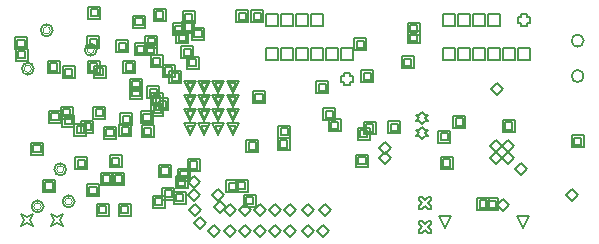
<source format=gbr>
%TF.GenerationSoftware,Altium Limited,Altium Designer,19.0.15 (446)*%
G04 Layer_Color=2752767*
%FSLAX26Y26*%
%MOIN*%
%TF.FileFunction,Drawing*%
%TF.Part,Single*%
G01*
G75*
%TA.AperFunction,NonConductor*%
%ADD114C,0.005000*%
%ADD146C,0.006667*%
%ADD147C,0.004000*%
D114*
X1596535Y709921D02*
Y749921D01*
X1636535D01*
Y709921D01*
X1596535D01*
X1546535D02*
Y749921D01*
X1586535D01*
Y709921D01*
X1546535D01*
X1496535D02*
Y749921D01*
X1536535D01*
Y709921D01*
X1496535D01*
X1446535D02*
Y749921D01*
X1486535D01*
Y709921D01*
X1446535D01*
X855984D02*
Y749921D01*
X895984D01*
Y709921D01*
X855984D01*
X905984D02*
Y749921D01*
X945984D01*
Y709921D01*
X905984D01*
X955984D02*
Y749921D01*
X995984D01*
Y709921D01*
X955984D01*
X1005984D02*
Y749921D01*
X1045984D01*
Y709921D01*
X1005984D01*
X1712599Y33740D02*
X1692599Y73740D01*
X1732599D01*
X1712599Y33740D01*
X1452756D02*
X1432756Y73740D01*
X1472756D01*
X1452756Y33740D01*
X1373740Y383150D02*
X1383740Y393150D01*
X1393740D01*
X1383740Y403150D01*
X1393740Y413150D01*
X1383740D01*
X1373740Y423150D01*
X1363740Y413150D01*
X1353740D01*
X1363740Y403150D01*
X1353740Y393150D01*
X1363740D01*
X1373740Y383150D01*
X1373731Y331969D02*
X1383731Y341969D01*
X1393731D01*
X1383731Y351969D01*
X1393731Y361969D01*
X1383731D01*
X1373731Y371969D01*
X1363731Y361969D01*
X1353731D01*
X1363731Y351969D01*
X1353731Y341969D01*
X1363731D01*
X1373731Y331969D01*
X855984Y594173D02*
Y634173D01*
X895984D01*
Y594173D01*
X855984D01*
X905984D02*
Y634173D01*
X945984D01*
Y594173D01*
X905984D01*
X955984D02*
Y634173D01*
X995984D01*
Y594173D01*
X955984D01*
X1005984D02*
Y634173D01*
X1045984D01*
Y594173D01*
X1005984D01*
X1055984D02*
Y634173D01*
X1095984D01*
Y594173D01*
X1055984D01*
X1105984D02*
Y634173D01*
X1145984D01*
Y594173D01*
X1105984D01*
X1696535D02*
Y634173D01*
X1736535D01*
Y594173D01*
X1696535D01*
X1646535D02*
Y634173D01*
X1686535D01*
Y594173D01*
X1646535D01*
X1596535D02*
Y634173D01*
X1636535D01*
Y594173D01*
X1596535D01*
X1546535D02*
Y634173D01*
X1586535D01*
Y594173D01*
X1546535D01*
X1496535D02*
Y634173D01*
X1536535D01*
Y594173D01*
X1496535D01*
X1446535D02*
Y634173D01*
X1486535D01*
Y594173D01*
X1446535D01*
X138268Y42381D02*
X148268Y62381D01*
X138268Y82381D01*
X158268Y72381D01*
X178268Y82381D01*
X168268Y62381D01*
X178268Y42381D01*
X158268Y52381D01*
X138268Y42381D01*
X38268D02*
X48268Y62381D01*
X38268Y82381D01*
X58268Y72381D01*
X78268Y82381D01*
X68268Y62381D01*
X78268Y42381D01*
X58268Y52381D01*
X38268Y42381D01*
X1116378Y520707D02*
Y510707D01*
X1136378D01*
Y520707D01*
X1146378D01*
Y540707D01*
X1136378D01*
Y550707D01*
X1116378D01*
Y540707D01*
X1106378D01*
Y520707D01*
X1116378D01*
X1706142Y719921D02*
Y709921D01*
X1726142D01*
Y719921D01*
X1736142D01*
Y739921D01*
X1726142D01*
Y749921D01*
X1706142D01*
Y739921D01*
X1696142D01*
Y719921D01*
X1706142D01*
X1366614Y98110D02*
X1376614D01*
X1386614Y108110D01*
X1396614Y98110D01*
X1406614D01*
Y108110D01*
X1396614Y118110D01*
X1406614Y128110D01*
Y138110D01*
X1396614D01*
X1386614Y128110D01*
X1376614Y138110D01*
X1366614D01*
Y128110D01*
X1376614Y118110D01*
X1366614Y108110D01*
Y98110D01*
Y18583D02*
X1376614D01*
X1386614Y28583D01*
X1396614Y18583D01*
X1406614D01*
Y28583D01*
X1396614Y38583D01*
X1406614Y48583D01*
Y58583D01*
X1396614D01*
X1386614Y48583D01*
X1376614Y58583D01*
X1366614D01*
Y48583D01*
X1376614Y38583D01*
X1366614Y28583D01*
Y18583D01*
X1641417Y307087D02*
X1661417Y327087D01*
X1681417Y307087D01*
X1661417Y287087D01*
X1641417Y307087D01*
Y267717D02*
X1661417Y287717D01*
X1681417Y267717D01*
X1661417Y247717D01*
X1641417Y267717D01*
X1602047Y307087D02*
X1622047Y327087D01*
X1642047Y307087D01*
X1622047Y287087D01*
X1602047Y307087D01*
Y267716D02*
X1622047Y287716D01*
X1642047Y267716D01*
X1622047Y247716D01*
X1602047Y267716D01*
X1479258Y368210D02*
Y408210D01*
X1519258D01*
Y368210D01*
X1479258D01*
X1487258Y376210D02*
Y400210D01*
X1511258D01*
Y376210D01*
X1487258D01*
X1643382Y355196D02*
Y395196D01*
X1683382D01*
Y355196D01*
X1643382D01*
X1651382Y363196D02*
Y387196D01*
X1675382D01*
Y363196D01*
X1651382D01*
X1436693Y231673D02*
Y271673D01*
X1476693D01*
Y231673D01*
X1436693D01*
X1444693Y239673D02*
Y263673D01*
X1468693D01*
Y239673D01*
X1444693D01*
X1623701Y110376D02*
X1643701Y130376D01*
X1663701Y110376D01*
X1643701Y90376D01*
X1623701Y110376D01*
X1559134Y94961D02*
Y134961D01*
X1599134D01*
Y94961D01*
X1559134D01*
X1567134Y102961D02*
Y126961D01*
X1591134D01*
Y102961D01*
X1567134D01*
X1429960Y319934D02*
Y359934D01*
X1469960D01*
Y319934D01*
X1429960D01*
X1437960Y327934D02*
Y351934D01*
X1461960D01*
Y327934D01*
X1437960D01*
X1684721Y232283D02*
X1704721Y252283D01*
X1724721Y232283D01*
X1704721Y212283D01*
X1684721Y232283D01*
X1588661Y94134D02*
Y134134D01*
X1628661D01*
Y94134D01*
X1588661D01*
X1596661Y102134D02*
Y126134D01*
X1620661D01*
Y102134D01*
X1596661D01*
X1854016Y146063D02*
X1874016Y166063D01*
X1894016Y146063D01*
X1874016Y126063D01*
X1854016Y146063D01*
X1605000Y497087D02*
X1625000Y517087D01*
X1645000Y497087D01*
X1625000Y477087D01*
X1605000Y497087D01*
X591022Y565826D02*
Y605826D01*
X631022D01*
Y565826D01*
X591022D01*
X599022Y573826D02*
Y597826D01*
X623022D01*
Y573826D01*
X599022D01*
X111890Y155197D02*
Y195197D01*
X151890D01*
Y155197D01*
X111890D01*
X119890Y163197D02*
Y187197D01*
X143890D01*
Y163197D01*
X119890D01*
X450078Y610707D02*
Y650707D01*
X490078D01*
Y610707D01*
X450078D01*
X458078Y618707D02*
Y642707D01*
X482078D01*
Y618707D01*
X458078D01*
X452197Y635362D02*
Y675362D01*
X492197D01*
Y635362D01*
X452197D01*
X460197Y643362D02*
Y667362D01*
X484197D01*
Y643362D01*
X460197D01*
X1230000Y302165D02*
X1250000Y322165D01*
X1270000Y302165D01*
X1250000Y282165D01*
X1230000Y302165D01*
Y268701D02*
X1250000Y288701D01*
X1270000Y268701D01*
X1250000Y248701D01*
X1230000Y268701D01*
X1262110Y351000D02*
Y391000D01*
X1302110D01*
Y351000D01*
X1262110D01*
X1270110Y359000D02*
Y383000D01*
X1294110D01*
Y359000D01*
X1270110D01*
X1172000Y521000D02*
Y561000D01*
X1212000D01*
Y521000D01*
X1172000D01*
X1180000Y529000D02*
Y553000D01*
X1204000D01*
Y529000D01*
X1180000D01*
X280000Y536451D02*
Y576451D01*
X320000D01*
Y536451D01*
X280000D01*
X288000Y544451D02*
Y568451D01*
X312000D01*
Y544451D01*
X288000D01*
X356432Y620915D02*
Y660915D01*
X396432D01*
Y620915D01*
X356432D01*
X364432Y628915D02*
Y652915D01*
X388432D01*
Y628915D01*
X364432D01*
X471000Y570000D02*
Y610000D01*
X511000D01*
Y570000D01*
X471000D01*
X479000Y578000D02*
Y602000D01*
X503000D01*
Y578000D01*
X479000D01*
X602047Y344567D02*
X582047Y384567D01*
X622047D01*
X602047Y344567D01*
Y352567D02*
X590047Y376567D01*
X614047D01*
X602047Y352567D01*
Y391811D02*
X582047Y431811D01*
X622047D01*
X602047Y391811D01*
Y399811D02*
X590047Y423811D01*
X614047D01*
X602047Y399811D01*
Y439055D02*
X582047Y479055D01*
X622047D01*
X602047Y439055D01*
Y447055D02*
X590047Y471055D01*
X614047D01*
X602047Y447055D01*
Y486299D02*
X582047Y526299D01*
X622047D01*
X602047Y486299D01*
Y494299D02*
X590047Y518299D01*
X614047D01*
X602047Y494299D01*
X649291Y344567D02*
X629291Y384567D01*
X669291D01*
X649291Y344567D01*
Y352567D02*
X637291Y376567D01*
X661291D01*
X649291Y352567D01*
Y391811D02*
X629291Y431811D01*
X669291D01*
X649291Y391811D01*
Y399811D02*
X637291Y423811D01*
X661291D01*
X649291Y399811D01*
Y439055D02*
X629291Y479055D01*
X669291D01*
X649291Y439055D01*
Y447055D02*
X637291Y471055D01*
X661291D01*
X649291Y447055D01*
Y486299D02*
X629291Y526299D01*
X669291D01*
X649291Y486299D01*
Y494299D02*
X637291Y518299D01*
X661291D01*
X649291Y494299D01*
X696535Y344567D02*
X676535Y384567D01*
X716535D01*
X696535Y344567D01*
Y352567D02*
X684535Y376567D01*
X708535D01*
X696535Y352567D01*
Y391811D02*
X676535Y431811D01*
X716535D01*
X696535Y391811D01*
Y399811D02*
X684535Y423811D01*
X708535D01*
X696535Y399811D01*
Y439055D02*
X676535Y479055D01*
X716535D01*
X696535Y439055D01*
Y447055D02*
X684535Y471055D01*
X708535D01*
X696535Y447055D01*
Y486299D02*
X676535Y526299D01*
X716535D01*
X696535Y486299D01*
Y494299D02*
X684535Y518299D01*
X708535D01*
X696535Y494299D01*
X743779Y344567D02*
X723779Y384567D01*
X763779D01*
X743779Y344567D01*
Y352567D02*
X731779Y376567D01*
X755779D01*
X743779Y352567D01*
Y391811D02*
X723779Y431811D01*
X763779D01*
X743779Y391811D01*
Y399811D02*
X731779Y423811D01*
X755779D01*
X743779Y399811D01*
Y439055D02*
X723779Y479055D01*
X763779D01*
X743779Y439055D01*
Y447055D02*
X731779Y471055D01*
X755779D01*
X743779Y447055D01*
Y486299D02*
X723779Y526299D01*
X763779D01*
X743779Y486299D01*
Y494299D02*
X731779Y518299D01*
X755779D01*
X743779Y494299D01*
X489801Y426872D02*
Y466872D01*
X529801D01*
Y426872D01*
X489801D01*
X497801Y434872D02*
Y458872D01*
X521801D01*
Y434872D01*
X497801D01*
X459012Y467227D02*
Y507227D01*
X499012D01*
Y467227D01*
X459012D01*
X467012Y475227D02*
Y499227D01*
X491012D01*
Y475227D01*
X467012D01*
X471265Y444682D02*
Y484682D01*
X511265D01*
Y444682D01*
X471265D01*
X479265Y452682D02*
Y476682D01*
X503265D01*
Y452682D01*
X479265D01*
X544175Y677833D02*
Y717833D01*
X584175D01*
Y677833D01*
X544175D01*
X552175Y685833D02*
Y709833D01*
X576175D01*
Y685833D01*
X552175D01*
X440586Y337301D02*
Y377301D01*
X480586D01*
Y337301D01*
X440586D01*
X448586Y345301D02*
Y369301D01*
X472586D01*
Y345301D01*
X448586D01*
X369716Y377657D02*
Y417657D01*
X409716D01*
Y377657D01*
X369716D01*
X377716Y385657D02*
Y409657D01*
X401716D01*
Y385657D01*
X377716D01*
X556110Y650000D02*
Y690000D01*
X596110D01*
Y650000D01*
X556110D01*
X564110Y658000D02*
Y682000D01*
X588110D01*
Y658000D01*
X564110D01*
X811913Y450000D02*
Y490000D01*
X851913D01*
Y450000D01*
X811913D01*
X819913Y458000D02*
Y482000D01*
X843913D01*
Y458000D01*
X819913D01*
X594110Y225000D02*
Y265000D01*
X634110D01*
Y225000D01*
X594110D01*
X602110Y233000D02*
Y257000D01*
X626110D01*
Y233000D01*
X602110D01*
X554013Y167055D02*
Y207055D01*
X594013D01*
Y167055D01*
X554013D01*
X562013Y175055D02*
Y199055D01*
X586013D01*
Y175055D01*
X562013D01*
X532167Y518554D02*
Y558554D01*
X572167D01*
Y518554D01*
X532167D01*
X540167Y526554D02*
Y550554D01*
X564167D01*
Y526554D01*
X540167D01*
X608160Y662258D02*
Y702258D01*
X648160D01*
Y662258D01*
X608160D01*
X616160Y670258D02*
Y694258D01*
X640160D01*
Y670258D01*
X616160D01*
X572110Y601000D02*
Y641000D01*
X612110D01*
Y601000D01*
X572110D01*
X580110Y609000D02*
Y633000D01*
X604110D01*
Y609000D01*
X580110D01*
X561771Y192381D02*
Y232381D01*
X601771D01*
Y192381D01*
X561771D01*
X569771Y200381D02*
Y224381D01*
X593771D01*
Y200381D01*
X569771D01*
X417008Y610465D02*
Y650465D01*
X457008D01*
Y610465D01*
X417008D01*
X425008Y618465D02*
Y642465D01*
X449008D01*
Y618465D01*
X425008D01*
X472083Y409155D02*
Y449155D01*
X512083D01*
Y409155D01*
X472083D01*
X480083Y417155D02*
Y441155D01*
X504083D01*
Y417155D01*
X480083D01*
X575277Y684920D02*
Y724920D01*
X615277D01*
Y684920D01*
X575277D01*
X583277Y692920D02*
Y716920D01*
X607277D01*
Y692920D01*
X583277D01*
X401575Y491836D02*
Y531836D01*
X441575D01*
Y491836D01*
X401575D01*
X409575Y499836D02*
Y523836D01*
X433575D01*
Y499836D01*
X409575D01*
X127766Y551933D02*
Y591933D01*
X167766D01*
Y551933D01*
X127766D01*
X135766Y559933D02*
Y583933D01*
X159766D01*
Y559933D01*
X135766D01*
X177835Y533676D02*
Y573676D01*
X217835D01*
Y533676D01*
X177835D01*
X185835Y541676D02*
Y565676D01*
X209835D01*
Y541676D01*
X185835D01*
X333876Y236760D02*
Y276760D01*
X373876D01*
Y236760D01*
X333876D01*
X341876Y244760D02*
Y268760D01*
X365876D01*
Y244760D01*
X341876D01*
X365491Y340779D02*
Y380779D01*
X405491D01*
Y340779D01*
X365491D01*
X373491Y348779D02*
Y372779D01*
X397491D01*
Y348779D01*
X373491D01*
X438617Y384547D02*
Y424547D01*
X478617D01*
Y384547D01*
X438617D01*
X446617Y392547D02*
Y416547D01*
X470617D01*
Y392547D01*
X446617D01*
X411851Y702623D02*
Y742623D01*
X451851D01*
Y702623D01*
X411851D01*
X419851Y710623D02*
Y734623D01*
X443851D01*
Y710623D01*
X419851D01*
X401579Y466244D02*
Y506244D01*
X441579D01*
Y466244D01*
X401579D01*
X409579Y474244D02*
Y498244D01*
X433579D01*
Y474244D01*
X409579D01*
X260514Y551933D02*
Y591933D01*
X300514D01*
Y551933D01*
X260514D01*
X268514Y559933D02*
Y583933D01*
X292514D01*
Y559933D01*
X268514D01*
X216220Y343189D02*
Y383189D01*
X256220D01*
Y343189D01*
X216220D01*
X224220Y351189D02*
Y375189D01*
X248220D01*
Y351189D01*
X224220D01*
X290272Y76457D02*
Y116457D01*
X330272D01*
Y76457D01*
X290272D01*
X298272Y84457D02*
Y108457D01*
X322272D01*
Y84457D01*
X298272D01*
X219877Y230000D02*
Y270000D01*
X259877D01*
Y230000D01*
X219877D01*
X227877Y238000D02*
Y262000D01*
X251877D01*
Y238000D01*
X227877D01*
X71535Y278976D02*
Y318976D01*
X111535D01*
Y278976D01*
X71535D01*
X79535Y286976D02*
Y310976D01*
X103535D01*
Y286976D01*
X79535D01*
X258543Y140433D02*
Y180433D01*
X298543D01*
Y140433D01*
X258543D01*
X266543Y148433D02*
Y172433D01*
X290543D01*
Y148433D01*
X266543D01*
X304110Y178000D02*
Y218000D01*
X344110D01*
Y178000D01*
X304110D01*
X312110Y186000D02*
Y210000D01*
X336110D01*
Y186000D01*
X312110D01*
X259474Y633575D02*
Y673575D01*
X299474D01*
Y633575D01*
X259474D01*
X267474Y641575D02*
Y665575D01*
X291474D01*
Y641575D01*
X267474D01*
X279215Y399594D02*
Y439594D01*
X319215D01*
Y399594D01*
X279215D01*
X287215Y407594D02*
Y431594D01*
X311215D01*
Y407594D01*
X287215D01*
X171042Y399594D02*
Y439594D01*
X211042D01*
Y399594D01*
X171042D01*
X179042Y407594D02*
Y431594D01*
X203042D01*
Y407594D01*
X179042D01*
X131575Y385512D02*
Y425512D01*
X171575D01*
Y385512D01*
X131575D01*
X139575Y393512D02*
Y417512D01*
X163575D01*
Y393512D01*
X139575D01*
X315041Y332755D02*
Y372755D01*
X355041D01*
Y332755D01*
X315041D01*
X323041Y340755D02*
Y364755D01*
X347041D01*
Y340755D01*
X323041D01*
X363415Y76457D02*
Y116457D01*
X403415D01*
Y76457D01*
X363415D01*
X371415Y84457D02*
Y108457D01*
X395415D01*
Y84457D01*
X371415D01*
X262427Y732989D02*
Y772989D01*
X302427D01*
Y732989D01*
X262427D01*
X270427Y740989D02*
Y764989D01*
X294427D01*
Y740989D01*
X270427D01*
X342110Y178000D02*
Y218000D01*
X382110D01*
Y178000D01*
X342110D01*
X350110Y186000D02*
Y210000D01*
X374110D01*
Y186000D01*
X350110D01*
X480766Y724676D02*
Y764676D01*
X520766D01*
Y724676D01*
X480766D01*
X488766Y732676D02*
Y756676D01*
X512766D01*
Y732676D01*
X488766D01*
X238911Y353228D02*
Y393228D01*
X278911D01*
Y353228D01*
X238911D01*
X246911Y361228D02*
Y385228D01*
X270911D01*
Y361228D01*
X246911D01*
X175571Y372225D02*
Y412225D01*
X215571D01*
Y372225D01*
X175571D01*
X183571Y380225D02*
Y404225D01*
X207571D01*
Y380225D01*
X183571D01*
X1327323Y650118D02*
Y690118D01*
X1367323D01*
Y650118D01*
X1327323D01*
X1335323Y658118D02*
Y682118D01*
X1359323D01*
Y658118D01*
X1335323D01*
X1327913Y679646D02*
Y719646D01*
X1367913D01*
Y679646D01*
X1327913D01*
X1335913Y687646D02*
Y711646D01*
X1359913D01*
Y687646D01*
X1335913D01*
X1149882Y627636D02*
Y667636D01*
X1189882D01*
Y627636D01*
X1149882D01*
X1157882Y635636D02*
Y659636D01*
X1181882D01*
Y635636D01*
X1157882D01*
X379608Y551701D02*
Y591701D01*
X419608D01*
Y551701D01*
X379608D01*
X387608Y559701D02*
Y583701D01*
X411608D01*
Y559701D01*
X387608D01*
X1045869Y394081D02*
Y434081D01*
X1085869D01*
Y394081D01*
X1045869D01*
X1053869Y402081D02*
Y426081D01*
X1077869D01*
Y402081D01*
X1053869D01*
X806182Y720353D02*
Y760353D01*
X846182D01*
Y720353D01*
X806182D01*
X814182Y728353D02*
Y752353D01*
X838182D01*
Y728353D01*
X814182D01*
X510498Y538014D02*
Y578014D01*
X550498D01*
Y538014D01*
X510498D01*
X518498Y546014D02*
Y570014D01*
X542498D01*
Y546014D01*
X518498D01*
X756182Y720943D02*
Y760943D01*
X796182D01*
Y720943D01*
X756182D01*
X764182Y728943D02*
Y752943D01*
X788182D01*
Y728943D01*
X764182D01*
X577049Y717203D02*
Y757203D01*
X617049D01*
Y717203D01*
X577049D01*
X585049Y725203D02*
Y749203D01*
X609049D01*
Y725203D01*
X585049D01*
X1023308Y483542D02*
Y523542D01*
X1063308D01*
Y483542D01*
X1023308D01*
X1031308Y491542D02*
Y515542D01*
X1055308D01*
Y491542D01*
X1031308D01*
X894110Y295000D02*
Y335000D01*
X934110D01*
Y295000D01*
X894110D01*
X902110Y303000D02*
Y327000D01*
X926110D01*
Y303000D01*
X902110D01*
X789055Y288159D02*
Y328159D01*
X829055D01*
Y288159D01*
X789055D01*
X797055Y296159D02*
Y320159D01*
X821055D01*
Y296159D01*
X797055D01*
X18386Y630748D02*
Y670748D01*
X58386D01*
Y630748D01*
X18386D01*
X26386Y638748D02*
Y662748D01*
X50386D01*
Y638748D01*
X26386D01*
X593786Y145115D02*
X613786Y165115D01*
X633786Y145115D01*
X613786Y125115D01*
X593786Y145115D01*
X593858Y186929D02*
X613858Y206929D01*
X633858Y186929D01*
X613858Y166929D01*
X593858Y186929D01*
X1180745Y348203D02*
Y388203D01*
X1220745D01*
Y348203D01*
X1180745D01*
X1188745Y356203D02*
Y380203D01*
X1212745D01*
Y356203D01*
X1188745D01*
X498110Y205000D02*
Y245000D01*
X538110D01*
Y205000D01*
X498110D01*
X506110Y213000D02*
Y237000D01*
X530110D01*
Y213000D01*
X506110D01*
X896110Y336000D02*
Y376000D01*
X936110D01*
Y336000D01*
X896110D01*
X904110Y344000D02*
Y368000D01*
X928110D01*
Y344000D01*
X904110D01*
X1160497Y328620D02*
Y368620D01*
X1200497D01*
Y328620D01*
X1160497D01*
X1168497Y336620D02*
Y360620D01*
X1192497D01*
Y336620D01*
X1168497D01*
X546929Y115827D02*
Y155827D01*
X586929D01*
Y115827D01*
X546929D01*
X554929Y123827D02*
Y147827D01*
X578929D01*
Y123827D01*
X554929D01*
X509527Y129606D02*
Y169606D01*
X549528D01*
Y129606D01*
X509527D01*
X517528Y137606D02*
Y161606D01*
X541528D01*
Y137606D01*
X517528D01*
X1307752Y567257D02*
Y607257D01*
X1347752D01*
Y567257D01*
X1307752D01*
X1315752Y575257D02*
Y599257D01*
X1339752D01*
Y575257D01*
X1315752D01*
X1873799Y304500D02*
Y344500D01*
X1913799D01*
Y304500D01*
X1873799D01*
X1881799Y312500D02*
Y336500D01*
X1905799D01*
Y312500D01*
X1881799D01*
X764094Y96378D02*
X784094Y116378D01*
X804094Y96378D01*
X784094Y76378D01*
X764094Y96378D01*
Y23500D02*
X784094Y43500D01*
X804094Y23500D01*
X784094Y3500D01*
X764094Y23500D01*
X780913Y105433D02*
Y145433D01*
X820913D01*
Y105433D01*
X780913D01*
X788913Y113433D02*
Y137433D01*
X812913D01*
Y113433D01*
X788913D01*
X723308Y154017D02*
Y194017D01*
X763308D01*
Y154017D01*
X723308D01*
X731308Y162017D02*
Y186017D01*
X755308D01*
Y162017D01*
X731308D01*
X753913Y156433D02*
Y196433D01*
X793913D01*
Y156433D01*
X753913D01*
X761913Y164433D02*
Y188433D01*
X785913D01*
Y164433D01*
X761913D01*
X714094Y96378D02*
X734094Y116378D01*
X754094Y96378D01*
X734094Y76378D01*
X714094Y96378D01*
Y23500D02*
X734094Y43500D01*
X754094Y23500D01*
X734094Y3500D01*
X714094Y23500D01*
X864094D02*
X884094Y43500D01*
X904094Y23500D01*
X884094Y3500D01*
X864094Y23500D01*
Y96378D02*
X884094Y116378D01*
X904094Y96378D01*
X884094Y76378D01*
X864094Y96378D01*
X814094D02*
X834094Y116378D01*
X854094Y96378D01*
X834094Y76378D01*
X814094Y96378D01*
Y23500D02*
X834094Y43500D01*
X854094Y23500D01*
X834094Y3500D01*
X814094Y23500D01*
X1155197Y239844D02*
Y279844D01*
X1195197D01*
Y239844D01*
X1155197D01*
X1163197Y247844D02*
Y271844D01*
X1187197D01*
Y247844D01*
X1163197D01*
X477873Y103031D02*
Y143031D01*
X517873D01*
Y103031D01*
X477873D01*
X485873Y111031D02*
Y135031D01*
X509873D01*
Y111031D01*
X485873D01*
X1064646Y357378D02*
Y397378D01*
X1104646D01*
Y357378D01*
X1064646D01*
X1072646Y365378D02*
Y389378D01*
X1096646D01*
Y365378D01*
X1072646D01*
X20354Y592562D02*
Y632562D01*
X60354D01*
Y592562D01*
X20354D01*
X28354Y600562D02*
Y624562D01*
X52354D01*
Y600562D01*
X28354D01*
X680858Y105378D02*
X700858Y125378D01*
X720858Y105378D01*
X700858Y85378D01*
X680858Y105378D01*
X673858Y146378D02*
X693858Y166378D01*
X713858Y146378D01*
X693858Y126378D01*
X673858Y146378D01*
X914094Y96378D02*
X934094Y116378D01*
X954094Y96378D01*
X934094Y76378D01*
X914094Y96378D01*
X974724D02*
X994724Y116378D01*
X1014724Y96378D01*
X994724Y76378D01*
X974724Y96378D01*
X1032724D02*
X1052724Y116378D01*
X1072724Y96378D01*
X1052724Y76378D01*
X1032724Y96378D01*
X1024724Y25000D02*
X1044724Y45000D01*
X1064724Y25000D01*
X1044724Y5000D01*
X1024724Y25000D01*
X974724Y23500D02*
X994724Y43500D01*
X1014724Y23500D01*
X994724Y3500D01*
X974724Y23500D01*
X914094D02*
X934094Y43500D01*
X954094Y23500D01*
X934094Y3500D01*
X914094Y23500D01*
X616264Y50000D02*
X636264Y70000D01*
X656264Y50000D01*
X636264Y30000D01*
X616264Y50000D01*
X662337Y23500D02*
X682337Y43500D01*
X702337Y23500D01*
X682337Y3500D01*
X662337Y23500D01*
X597858Y96378D02*
X617858Y116378D01*
X637858Y96378D01*
X617858Y76378D01*
X597858Y96378D01*
D146*
X1913701Y659449D02*
G03*
X1913701Y659449I-20000J0D01*
G01*
Y541338D02*
G03*
X1913701Y541338I-20000J0D01*
G01*
X113399Y106672D02*
G03*
X113399Y106672I-20000J0D01*
G01*
X143955Y693931D02*
G03*
X143955Y693931I-20000J0D01*
G01*
X290616Y628968D02*
G03*
X290616Y628968I-20000J0D01*
G01*
X189233Y230326D02*
G03*
X189233Y230326I-20000J0D01*
G01*
X216850Y123634D02*
G03*
X216850Y123634I-20000J0D01*
G01*
X80960Y565972D02*
G03*
X80960Y565972I-20000J0D01*
G01*
D147*
X105399Y106672D02*
G03*
X105399Y106672I-12000J0D01*
G01*
X135955Y693931D02*
G03*
X135955Y693931I-12000J0D01*
G01*
X282616Y628968D02*
G03*
X282616Y628968I-12000J0D01*
G01*
X181233Y230326D02*
G03*
X181233Y230326I-12000J0D01*
G01*
X208850Y123634D02*
G03*
X208850Y123634I-12000J0D01*
G01*
X72960Y565972D02*
G03*
X72960Y565972I-12000J0D01*
G01*
%TF.MD5,d3bedada318b42b796a75a50defeff78*%
M02*

</source>
